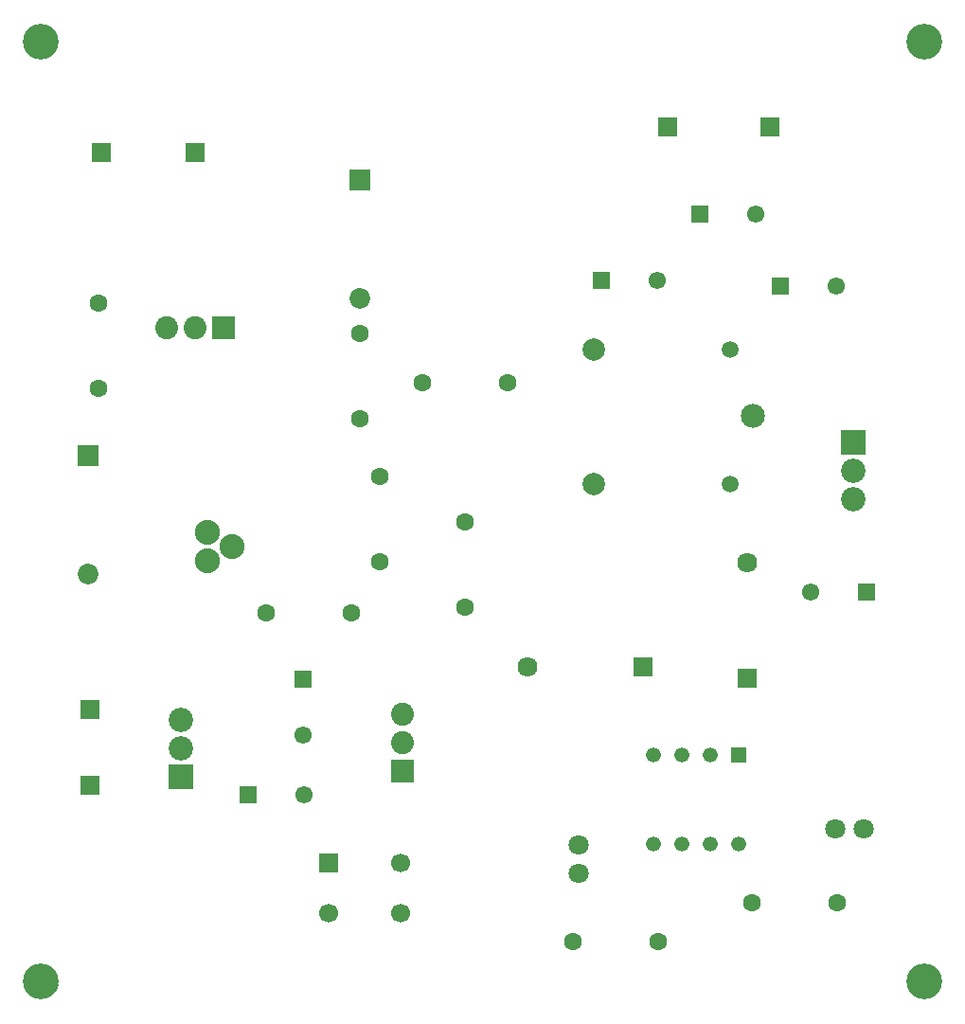
<source format=gts>
G04*
G04 #@! TF.GenerationSoftware,Altium Limited,Altium Designer,22.8.2 (66)*
G04*
G04 Layer_Color=8388736*
%FSLAX42Y42*%
%MOMM*%
G71*
G04*
G04 #@! TF.SameCoordinates,BD579F3B-DF16-4DD5-93A6-3DDDDBFC9B40*
G04*
G04*
G04 #@! TF.FilePolarity,Negative*
G04*
G01*
G75*
%ADD14C,1.60*%
%ADD15R,1.55X1.55*%
%ADD16C,1.55*%
%ADD17C,1.51*%
%ADD18C,2.00*%
%ADD19C,2.15*%
%ADD20R,1.70X1.70*%
%ADD21R,2.05X2.05*%
%ADD22C,2.05*%
%ADD23C,2.24*%
%ADD24R,1.85X1.85*%
%ADD25C,1.85*%
%ADD26R,1.79X1.79*%
%ADD27C,1.79*%
%ADD28R,2.18X2.18*%
%ADD29C,2.18*%
%ADD30C,1.80*%
%ADD31R,1.33X1.33*%
%ADD32C,1.33*%
%ADD33R,1.79X1.79*%
%ADD34R,1.55X1.55*%
%ADD35R,2.05X2.05*%
%ADD36C,1.70*%
%ADD37R,1.70X1.70*%
%ADD38C,3.20*%
%ADD39C,1.47*%
D14*
X3150Y6096D02*
D03*
Y5334D02*
D03*
X3708Y5651D02*
D03*
X4470D02*
D03*
X813Y6363D02*
D03*
Y5601D02*
D03*
X3327Y4813D02*
D03*
Y4051D02*
D03*
X2311Y3594D02*
D03*
X3073D02*
D03*
X4089Y3645D02*
D03*
Y4407D02*
D03*
X6655Y1003D02*
D03*
X7417D02*
D03*
X5817Y660D02*
D03*
X5055D02*
D03*
D15*
X7679Y3785D02*
D03*
X6189Y7163D02*
D03*
X6913Y6515D02*
D03*
X5313Y6566D02*
D03*
X2150Y1969D02*
D03*
D16*
X7179Y3785D02*
D03*
X6689Y7163D02*
D03*
X7413Y6515D02*
D03*
X5813Y6566D02*
D03*
X2642Y2506D02*
D03*
X2650Y1968D02*
D03*
D17*
X6465Y5947D02*
D03*
Y4747D02*
D03*
D18*
X5245D02*
D03*
Y5947D02*
D03*
D19*
X6665Y5359D02*
D03*
D20*
X5906Y7938D02*
D03*
X1676Y7709D02*
D03*
X6820Y7938D02*
D03*
X838Y7709D02*
D03*
X737Y2731D02*
D03*
Y2057D02*
D03*
D21*
X1930Y6147D02*
D03*
D22*
X1676D02*
D03*
X1422D02*
D03*
X3531Y2438D02*
D03*
Y2692D02*
D03*
D23*
X1791Y4318D02*
D03*
X2007Y4191D02*
D03*
X1791Y4064D02*
D03*
D24*
X3150Y7464D02*
D03*
X724Y5000D02*
D03*
D25*
X3150Y6404D02*
D03*
X724Y3940D02*
D03*
D26*
X5687Y3111D02*
D03*
D27*
X4651D02*
D03*
X6617Y4049D02*
D03*
D28*
X7566Y5118D02*
D03*
X1553Y2134D02*
D03*
D29*
X7566Y4864D02*
D03*
Y4611D02*
D03*
X1553Y2388D02*
D03*
Y2641D02*
D03*
D30*
X7404Y1664D02*
D03*
X7658D02*
D03*
X5105Y1270D02*
D03*
Y1524D02*
D03*
D31*
X6540Y2327D02*
D03*
D32*
X6287D02*
D03*
X6033D02*
D03*
X5778D02*
D03*
Y1533D02*
D03*
X6033D02*
D03*
X6287D02*
D03*
X6540D02*
D03*
D33*
X6617Y3013D02*
D03*
D34*
X2642Y3006D02*
D03*
D35*
X3531Y2184D02*
D03*
D36*
X2870Y914D02*
D03*
X3520D02*
D03*
Y1364D02*
D03*
D37*
X2870D02*
D03*
D38*
X8200Y300D02*
D03*
Y8700D02*
D03*
X300D02*
D03*
Y300D02*
D03*
D39*
X381Y267D02*
D03*
D03*
M02*

</source>
